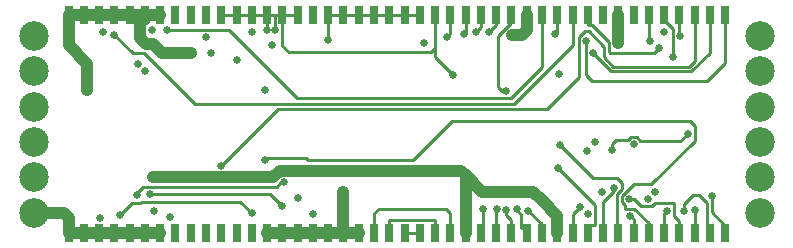
<source format=gbl>
G04*
G04 #@! TF.GenerationSoftware,Altium Limited,Altium Designer,20.0.2 (26)*
G04*
G04 Layer_Physical_Order=4*
G04 Layer_Color=16711680*
%FSLAX25Y25*%
%MOIN*%
G70*
G01*
G75*
%ADD11C,0.01000*%
%ADD14R,0.03150X0.06299*%
%ADD15C,0.03937*%
%ADD16C,0.09843*%
%ADD17C,0.02500*%
D11*
X542638Y262559D02*
Y264567D01*
X544016Y265945D01*
X548075D01*
X549004Y266873D01*
X552227Y265596D02*
X565596D01*
X550950Y266873D02*
X552227Y265596D01*
X549004Y266873D02*
X550950D01*
X565596Y265596D02*
X568000Y268000D01*
X539796Y245401D02*
X543312Y248918D01*
X539796Y235039D02*
Y245401D01*
X543312Y248918D02*
Y249978D01*
X546102Y249445D02*
Y251535D01*
X544488Y253150D02*
X546102Y251535D01*
X536537Y253150D02*
X544488D01*
X544514Y247856D02*
X546102Y249445D01*
X544514Y235412D02*
X544886Y235039D01*
X546113Y247193D02*
X550170Y251250D01*
X555900D01*
X525586Y264100D02*
X536537Y253150D01*
X546113Y245247D02*
Y247193D01*
X544514Y235412D02*
Y247856D01*
X546113Y245247D02*
X546986Y244374D01*
X548463Y246220D02*
X550256D01*
X556982Y244832D02*
X563400D01*
X556184Y244034D02*
X556982Y244832D01*
X552442Y244034D02*
X556184D01*
X546986Y243073D02*
Y244374D01*
Y243073D02*
X550276Y243000D01*
X550256Y246220D02*
X552442Y244034D01*
X524700Y256600D02*
X537100Y244200D01*
X534100Y287500D02*
Y298900D01*
X531700Y287000D02*
Y300250D01*
X529615Y297500D02*
Y307480D01*
X510039Y277924D02*
X529615Y297500D01*
X519433Y290333D02*
Y307480D01*
X509000Y279900D02*
X519433Y290333D01*
X403693Y277924D02*
X510039D01*
X437900Y279900D02*
X509000D01*
X534705Y237600D02*
X537000D01*
X383695Y247593D02*
X386479Y250377D01*
X383695Y247593D02*
X384370Y246918D01*
X386479Y250377D02*
X431127D01*
X385568Y244900D02*
X386062Y245394D01*
X382648Y244900D02*
X385568D01*
X384370Y246918D02*
Y247716D01*
X418867Y245394D02*
X422711Y241550D01*
X386062Y245394D02*
X418867D01*
X388818Y247992D02*
X428808D01*
X432900Y243900D01*
X433292Y251482D02*
X433579Y251768D01*
X432232Y251482D02*
X433292D01*
X431127Y250377D02*
X432232Y251482D01*
X427752Y259752D02*
X440777D01*
X427200Y259200D02*
X427752Y259752D01*
X440777D02*
X441328Y259200D01*
X476400D01*
X489300Y272100D01*
X529615Y241115D02*
X532100Y243600D01*
X537100Y237700D02*
Y244200D01*
X489300Y272100D02*
X568750D01*
X534705Y235039D02*
Y237600D01*
X537000D02*
X537100Y237700D01*
X555900Y251250D02*
X570400Y265750D01*
X529615Y235039D02*
Y241115D01*
X550276Y243000D02*
X555068Y238208D01*
X548900Y240650D02*
X549977Y239573D01*
X560158Y241458D02*
X561100Y242400D01*
X563500Y240549D02*
X565249Y238800D01*
X563500Y240549D02*
Y244732D01*
X499646Y235614D02*
Y242835D01*
X499071Y235039D02*
X499646Y235614D01*
X514888Y242362D02*
X519433Y237817D01*
X514646Y242362D02*
X514888D01*
X510984Y242523D02*
X512500Y241007D01*
X510984Y242523D02*
Y243032D01*
X507559Y241079D02*
X509252Y239387D01*
X507559Y241079D02*
Y242717D01*
X504161Y241829D02*
X504774Y242441D01*
X504161Y235039D02*
Y241829D01*
X504449Y242441D02*
X504774D01*
X512600Y236600D02*
X514343D01*
X512500Y236700D02*
Y241007D01*
X576043Y241831D02*
Y247402D01*
Y241831D02*
X580521Y237353D01*
Y235039D02*
Y237353D01*
X574443Y238715D02*
Y244947D01*
Y238715D02*
X574528Y238631D01*
X571890Y247500D02*
X574443Y244947D01*
X569639Y247500D02*
X571890D01*
X574528Y238631D02*
X575430Y235039D01*
X483799Y293700D02*
Y296599D01*
X432892Y297408D02*
Y307480D01*
Y297408D02*
X435000Y295300D01*
X482500D01*
X483799Y296599D01*
Y307480D01*
X430400Y302600D02*
X430500Y307480D01*
X566850Y242400D02*
Y244711D01*
X569639Y247500D01*
X563400Y244832D02*
X563500Y244732D01*
X565249Y235039D02*
Y238800D01*
X570340Y235039D02*
Y242560D01*
X570300Y242600D02*
X570340Y242560D01*
X415200Y302600D02*
X437900Y279900D01*
X394600Y302600D02*
X415200D01*
X568750Y272100D02*
X570400Y270450D01*
Y265750D02*
Y270450D01*
X555068Y235039D02*
Y238208D01*
Y299232D02*
X555350Y298950D01*
X555068Y299232D02*
Y307480D01*
X565249Y300851D02*
Y307480D01*
Y300851D02*
X565600Y300500D01*
X575430Y295030D02*
Y307480D01*
X569200Y288800D02*
X575430Y295030D01*
X542557Y288800D02*
X569200D01*
X536500Y294857D02*
X542557Y288800D01*
X534100Y287500D02*
X536000Y285600D01*
X574590D01*
X580521Y291531D01*
Y307480D01*
X483799Y293700D02*
X489800Y287699D01*
X570340Y292400D02*
Y307480D01*
X568340Y290400D02*
X570340Y292400D01*
X543249Y290400D02*
X568340D01*
X540218Y293431D02*
X543249Y290400D01*
X540218Y293431D02*
Y297082D01*
X535000Y302300D02*
X540218Y297082D01*
X533750Y302300D02*
X535000D01*
X531700Y300250D02*
X533750Y302300D01*
X521000Y276300D02*
X531700Y287000D01*
X431500Y276300D02*
X521000D01*
X412530Y257330D02*
X431500Y276300D01*
X534705Y304300D02*
Y307480D01*
Y304300D02*
X534805Y304200D01*
X536100D01*
X541818Y298482D01*
Y295200D02*
Y298482D01*
Y295200D02*
X541986Y295031D01*
X556931D01*
X558500Y296600D01*
X376895Y301000D02*
X382988Y294907D01*
X386710D01*
X403693Y277924D01*
X563200Y293750D02*
Y302858D01*
X560158Y305900D02*
X563200Y302858D01*
X560158Y305900D02*
Y307480D01*
X549977Y235039D02*
Y239573D01*
X378750Y241002D02*
X382648Y244900D01*
X488889Y235039D02*
Y241611D01*
X487500Y243000D02*
X488889Y241611D01*
X465000Y243000D02*
X487500D01*
X463436Y241436D02*
X465000Y243000D01*
X463436Y235039D02*
Y241436D01*
X560158Y235039D02*
Y241458D01*
X506250Y282250D02*
X507300D01*
X504800Y283700D02*
X506250Y282250D01*
X504800Y283700D02*
Y300548D01*
X509252Y305000D01*
Y307480D01*
Y235039D02*
Y239387D01*
X514343Y235039D02*
Y236600D01*
X512500Y236700D02*
X512600Y236600D01*
X430500Y307480D02*
X432892D01*
X427802D02*
X430500D01*
X524524Y302124D02*
Y307480D01*
X523800Y301400D02*
X524524Y302124D01*
X519433Y235039D02*
Y237817D01*
X483799Y235039D02*
Y239200D01*
X483699Y239300D02*
X483799Y239200D01*
X468627Y239300D02*
X483699D01*
X468527Y239200D02*
X468627Y239300D01*
X468527Y235039D02*
Y239200D01*
X499071Y303471D02*
Y307480D01*
X497450Y301850D02*
X499071Y303471D01*
X504161Y304282D02*
Y307480D01*
X501879Y302000D02*
X504161Y304282D01*
X493980Y301780D02*
Y307480D01*
X493600Y301400D02*
X493980Y301780D01*
X487700Y300200D02*
X488889Y301389D01*
Y307480D01*
X448164Y299400D02*
Y307480D01*
X427802Y302600D02*
Y307480D01*
X432892D02*
X437983D01*
X422711D02*
X427802D01*
X417620D02*
X422711D01*
X412530D02*
X417620D01*
X473617D02*
X478708D01*
X468527D02*
X473617D01*
X448164D02*
X453255D01*
X463436D02*
X468527D01*
X453255D02*
X458346D01*
X463436D01*
X473617Y235039D02*
X478708D01*
D14*
X381986Y307480D02*
D03*
X392167D02*
D03*
X387077D02*
D03*
X371805D02*
D03*
X366714D02*
D03*
X376895D02*
D03*
X361623D02*
D03*
X397258D02*
D03*
X402349D02*
D03*
X412530D02*
D03*
X407439D02*
D03*
X437983D02*
D03*
X448164D02*
D03*
X443074D02*
D03*
X427802D02*
D03*
X422711D02*
D03*
X432892D02*
D03*
X417620D02*
D03*
X453255D02*
D03*
X458346D02*
D03*
X468527D02*
D03*
X463436D02*
D03*
X493980D02*
D03*
X504161D02*
D03*
X499071D02*
D03*
X483799D02*
D03*
X478708D02*
D03*
X488889D02*
D03*
X473617D02*
D03*
X509252D02*
D03*
X514343D02*
D03*
X524524D02*
D03*
X519433D02*
D03*
X381986Y235039D02*
D03*
X392167D02*
D03*
X387077D02*
D03*
X371805D02*
D03*
X366714D02*
D03*
X376895D02*
D03*
X361623D02*
D03*
X397258D02*
D03*
X402349D02*
D03*
X412530D02*
D03*
X407439D02*
D03*
X437983D02*
D03*
X448164D02*
D03*
X443074D02*
D03*
X427802D02*
D03*
X422711D02*
D03*
X432892D02*
D03*
X417620D02*
D03*
X453255D02*
D03*
X458346D02*
D03*
X468527D02*
D03*
X463436D02*
D03*
X493980D02*
D03*
X504161D02*
D03*
X499071D02*
D03*
X483799D02*
D03*
X478708D02*
D03*
X488889D02*
D03*
X473617D02*
D03*
X509252D02*
D03*
X514343D02*
D03*
X524524D02*
D03*
X519433D02*
D03*
X575430D02*
D03*
X580521D02*
D03*
X570340D02*
D03*
X565249D02*
D03*
X529615D02*
D03*
X544886D02*
D03*
X534705D02*
D03*
X539796D02*
D03*
X555068D02*
D03*
X560158D02*
D03*
X549977D02*
D03*
Y307480D02*
D03*
X560158D02*
D03*
X555068D02*
D03*
X539796D02*
D03*
X534705D02*
D03*
X544886D02*
D03*
X529615D02*
D03*
X565249D02*
D03*
X570340D02*
D03*
X580521D02*
D03*
X575430D02*
D03*
D15*
X516516Y248701D02*
X519433Y245783D01*
X499370Y248701D02*
X516516D01*
X524524Y235039D02*
Y240693D01*
X519433Y245783D02*
X524524Y240693D01*
X493980Y254091D02*
X499370Y248701D01*
X492484Y255587D02*
X493980Y254091D01*
X431998Y255587D02*
X492484D01*
X367874Y282677D02*
Y291249D01*
X361623Y297500D02*
X367874Y291249D01*
X429856Y253445D02*
X431998Y255587D01*
X389665Y253445D02*
X429856D01*
X453255Y235039D02*
Y248700D01*
X544886Y298100D02*
Y307480D01*
X361623Y297500D02*
Y307480D01*
X493980Y235039D02*
Y254091D01*
X381986Y307480D02*
X387077D01*
X392686Y295000D02*
X402349D01*
X389697Y297989D02*
X392686Y295000D01*
X387500Y297989D02*
X389697D01*
X385608Y299881D02*
X387500Y297989D01*
X385608Y299881D02*
Y304831D01*
X387077Y306299D01*
Y307480D01*
X509500Y300900D02*
X512743D01*
X514343Y302500D01*
Y307480D01*
X350000Y241634D02*
X360000D01*
X361623Y240011D01*
Y235039D02*
Y240011D01*
X453255Y235039D02*
X458346D01*
X448164D02*
X453255D01*
X443074D02*
X448164D01*
X427802D02*
X432892D01*
X437983D02*
X443074D01*
X432892D02*
X437983D01*
X361623Y307480D02*
X366714D01*
X371805D01*
X376895D01*
X381986D01*
X387077D02*
X392167D01*
X376895Y235039D02*
X381986D01*
X387077D01*
X392167D01*
X371805D02*
X376895D01*
X361623D02*
X366714D01*
X371805D01*
D16*
X350000Y241634D02*
D03*
Y253445D02*
D03*
Y265256D02*
D03*
Y277067D02*
D03*
Y288878D02*
D03*
Y300689D02*
D03*
X592047Y241634D02*
D03*
Y253445D02*
D03*
Y265256D02*
D03*
Y277067D02*
D03*
Y288878D02*
D03*
Y300689D02*
D03*
D17*
X456599Y255586D02*
D03*
X537000Y265100D02*
D03*
X542638Y262559D02*
D03*
X543312Y249978D02*
D03*
X548463Y246220D02*
D03*
X554800Y246400D02*
D03*
X539472Y248661D02*
D03*
X534100Y298900D02*
D03*
X525276Y287835D02*
D03*
X367874Y282677D02*
D03*
X384370Y247716D02*
D03*
X388818Y247992D02*
D03*
X390100Y242400D02*
D03*
X433579Y251768D02*
D03*
X453255Y248700D02*
D03*
X437983Y246700D02*
D03*
X534600Y262100D02*
D03*
X525586Y264100D02*
D03*
X549977Y264523D02*
D03*
X524700Y256600D02*
D03*
X532100Y243600D02*
D03*
X534705Y241150D02*
D03*
X548900Y240650D02*
D03*
X561100Y242400D02*
D03*
X499646Y242835D02*
D03*
X514646Y242362D02*
D03*
X510984Y243032D02*
D03*
X507559Y242717D02*
D03*
X504449Y242835D02*
D03*
X384685Y291142D02*
D03*
X576043Y247402D02*
D03*
X544886Y298100D02*
D03*
X480100D02*
D03*
X509500Y300900D02*
D03*
X430400Y302600D02*
D03*
X389600Y302500D02*
D03*
X557150Y248750D02*
D03*
X387077Y288823D02*
D03*
X443074Y241100D02*
D03*
X395500Y240400D02*
D03*
X568000Y268000D02*
D03*
X560158Y301758D02*
D03*
X566850Y242400D02*
D03*
X570300Y242600D02*
D03*
X394600Y302600D02*
D03*
X407439Y300131D02*
D03*
X427200Y259200D02*
D03*
X422711Y301900D02*
D03*
X555350Y298950D02*
D03*
X565600Y300500D02*
D03*
X427050Y282650D02*
D03*
X536500Y294857D02*
D03*
X389665Y253445D02*
D03*
X489800Y287699D02*
D03*
X412530Y257330D02*
D03*
X558500Y296600D02*
D03*
X373200Y301900D02*
D03*
X376895Y301000D02*
D03*
X417620Y292500D02*
D03*
X563200Y293750D02*
D03*
X422711Y241550D02*
D03*
X519433Y245783D02*
D03*
X378750Y241002D02*
D03*
X432900Y243900D02*
D03*
X371950Y240050D02*
D03*
X507300Y282250D02*
D03*
X402349Y295000D02*
D03*
X523800Y301400D02*
D03*
X409000Y295000D02*
D03*
X429342Y297700D02*
D03*
X497450Y301850D02*
D03*
X501879Y302000D02*
D03*
X493600Y301400D02*
D03*
X487700Y300200D02*
D03*
X448164Y299400D02*
D03*
X427802Y302600D02*
D03*
M02*

</source>
